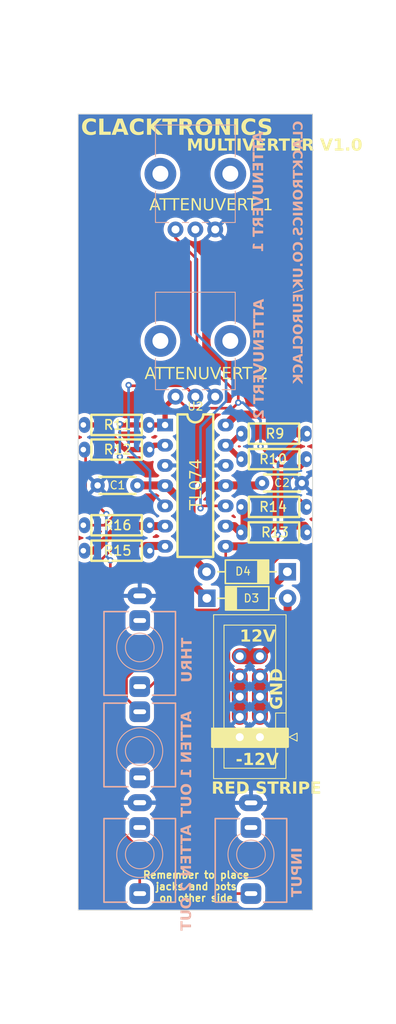
<source format=kicad_pcb>
(kicad_pcb (version 20221018) (generator pcbnew)
  (layers (0 "F.Cu" signal) (31 "B.Cu" signal) (34 "B.Paste" user) (35 "F.Paste" user) (36 "B.SilkS" user "B.Silkscreen") (37 "F.SilkS" user "F.Silkscreen") (38 "B.Mask" user) (39 "F.Mask" user) (44 "Edge.Cuts" user))
  (net 0 "")
  (net 1 "+12V")
  (net 2 "Net-(D3-A)")
  (net 3 "Net-(D4-K)")
  (net 4 "-12V")
  (net 5 "GND")
  (net 6 "Net-(J7-PadT)")
  (net 7 "Net-(J8-PadT)")
  (net 8 "Net-(J9-PadT)")
  (net 9 "Net-(J10-PadT)")
  (net 10 "Net-(U2D--)")
  (net 11 "Net-(R10-Pad1)")
  (net 12 "Net-(U2A--)")
  (net 13 "Net-(U2C--)")
  (net 14 "Net-(U2B--)")
  (net 15 "Net-(U2C-+)")
  (net 16 "Net-(U2B-+)")
  (footprint "Clacktronics:D_TH_DO-41_P10.16mm" (layer "F.Cu") (at 138.145 105.675)
    (fp_text reference "D3" (at 5.61 0) (layer "F.SilkS"))
    (fp_text value "D_Schottky")
    (fp_line (start 1.4 0) (end 2.35 0) (stroke (width 0.2)) (layer "F.SilkS"))
    (fp_line (start 2.36 -1.47) (end 2.36 1.47) (stroke (width 0.2)) (layer "F.SilkS"))
    (fp_line (start 2.36 1.47) (end 7.8 1.47) (stroke (width 0.2)) (layer "F.SilkS"))
    (fp_line (start 7.8 -1.47) (end 2.36 -1.47) (stroke (width 0.2)) (layer "F.SilkS"))
    (fp_line (start 7.8 0) (end 8.75 0) (stroke (width 0.2)) (layer "F.SilkS"))
    (fp_line (start 7.8 1.47) (end 7.8 -1.47) (stroke (width 0.2)) (layer "F.SilkS"))
    (fp_poly (pts (xy 2.36 -1.47) (xy 2.36 1.47) (xy 3.75 1.5) (xy 3.75 -1.5)) (stroke (width 0.1)) (fill solid) (layer "F.SilkS"))
    (pad "1" thru_hole rect (at 0 0) (size 2.2 2.2) (drill 1.1) (layers "*.Cu" "*.Mask") (net 1 "+12V"))
    (pad "2" thru_hole oval (at 10.16 0) (size 2.2 2.2) (drill 1.1) (layers "*.Cu" "*.Mask") (net 2 "Net-(D3-A)"))
  )
  (footprint "Connector_IDC:IDC-Header_2x05_P2.54mm_Vertical" (layer "F.Cu") (at 144.825 123.115 180)
    (fp_text reference "J6" hide)
    (fp_text value "Eurorack socket")
    (fp_line (start -4.68 -0.5) (end -4.68 0.5) (stroke (width 0.12)) (layer "F.SilkS"))
    (fp_line (start -4.68 0.5) (end -3.68 0) (stroke (width 0.12)) (layer "F.SilkS"))
    (fp_line (start -3.68 0) (end -4.68 -0.5) (stroke (width 0.12)) (layer "F.SilkS"))
    (fp_line (start -3.29 -5.21) (end 5.83 -5.21) (stroke (width 0.12)) (layer "F.SilkS"))
    (fp_line (start -3.29 3.03) (end -1.98 3.03) (stroke (width 0.12)) (layer "F.SilkS"))
    (fp_line (start -3.29 15.37) (end -3.29 -5.21) (stroke (width 0.12)) (layer "F.SilkS"))
    (fp_line (start -1.98 -3.91) (end 4.52 -3.91) (stroke (width 0.12)) (layer "F.SilkS"))
    (fp_line (start -1.98 3.03) (end -1.98 -3.91) (stroke (width 0.12)) (layer "F.SilkS"))
    (fp_line (start -1.98 7.13) (end -3.29 7.13) (stroke (width 0.12)) (layer "F.SilkS"))
    (fp_line (start -1.98 7.13) (end -1.98 7.13) (stroke (width 0.12)) (layer "F.SilkS"))
    (fp_line (start -1.98 14.07) (end -1.98 7.13) (stroke (width 0.12)) (layer "F.SilkS"))
    (fp_line (start 4.52 -3.91) (end 4.52 14.07) (stroke (width 0.12)) (layer "F.SilkS"))
    (fp_line (start 4.52 14.07) (end -1.98 14.07) (stroke (width 0.12)) (layer "F.SilkS"))
    (fp_line (start 5.83 -5.21) (end 5.83 15.37) (stroke (width 0.12)) (layer "F.SilkS"))
    (fp_line (start 5.83 15.37) (end -3.29 15.37) (stroke (width 0.12)) (layer "F.SilkS"))
    (pad "1" thru_hole roundrect (at 0 0 180) (size 1.7 1.7) (drill 1) (layers "*.Cu" "*.Mask") (roundrect_rratio 0.147059) (net 3 "Net-(D4-K)"))
    (pad "2" thru_hole circle (at 2.54 0 180) (size 1.7 1.7) (drill 1) (layers "*.Cu" "*.Mask") (net 3 "Net-(D4-K)"))
    (pad "3" thru_hole circle (at 0 2.54 180) (size 1.7 1.7) (drill 1) (layers "*.Cu" "*.Mask") (net 5 "GND"))
    (pad "4" thru_hole circle (at 2.54 2.54 180) (size 1.7 1.7) (drill 1) (layers "*.Cu" "*.Mask") (net 5 "GND"))
    (pad "5" thru_hole circle (at 0 5.08 180) (size 1.7 1.7) (drill 1) (layers "*.Cu" "*.Mask") (net 5 "GND"))
    (pad "6" thru_hole circle (at 2.54 5.08 180) (size 1.7 1.7) (drill 1) (layers "*.Cu" "*.Mask") (net 5 "GND"))
    (pad "7" thru_hole circle (at 0 7.62 180) (size 1.7 1.7) (drill 1) (layers "*.Cu" "*.Mask") (net 5 "GND"))
    (pad "8" thru_hole circle (at 2.54 7.62 180) (size 1.7 1.7) (drill 1) (layers "*.Cu" "*.Mask") (net 5 "GND"))
    (pad "9" thru_hole circle (at 0 10.16 180) (size 1.7 1.7) (drill 1) (layers "*.Cu" "*.Mask") (net 2 "Net-(D3-A)"))
    (pad "10" thru_hole circle (at 2.54 10.16 180) (size 1.7 1.7) (drill 1) (layers "*.Cu" "*.Mask") (net 2 "Net-(D3-A)"))
  )
  (footprint "Clacktronics:R_Axial_DIN0204_L3.6mm_D1.6mm_P7.62mm_Horizontal" (layer "F.Cu") (at 150.8 88.2 180)
    (fp_text reference "R10" (at 4.318 0 180) (layer "F.SilkS") (effects (font (size 1.2 1.2) (thickness 0.2) bold)))
    (fp_text value "100k")
    (fp_line (start 1.016 -1.27) (end 1.016 1.27) (stroke (width 0.3)) (layer "F.SilkS"))
    (fp_line (start 1.016 1.27) (end 7.366 1.27) (stroke (width 0.3)) (layer "F.SilkS"))
    (fp_line (start 7.366 -1.27) (end 1.016 -1.27) (stroke (width 0.3)) (layer "F.SilkS"))
    (fp_line (start 7.366 1.27) (end 7.366 -1.27) (stroke (width 0.3)) (layer "F.SilkS"))
    (pad "1" thru_hole oval (at 0 0 180) (size 1.4 2) (drill 0.7 (offset 0.15 0)) (layers "*.Cu" "*.Mask") (net 11 "Net-(R10-Pad1)"))
    (pad "2" thru_hole oval (at 8.382 0) (size 1.4 2) (drill 0.7 (offset 0.15 0)) (layers "*.Cu" "*.Mask") (net 10 "Net-(U2D--)"))
  )
  (footprint "Clacktronics:R_Axial_DIN0204_L3.6mm_D1.6mm_P7.62mm_Horizontal" (layer "F.Cu") (at 122.6 96.5)
    (fp_text reference "R16" (at 4.318 0) (layer "F.SilkS") (effects (font (size 1.2 1.2) (thickness 0.2) bold)))
    (fp_text value "100k")
    (fp_line (start 1.016 -1.27) (end 1.016 1.27) (stroke (width 0.3)) (layer "F.SilkS"))
    (fp_line (start 1.016 1.27) (end 7.366 1.27) (stroke (width 0.3)) (layer "F.SilkS"))
    (fp_line (start 7.366 -1.27) (end 1.016 -1.27) (stroke (width 0.3)) (layer "F.SilkS"))
    (fp_line (start 7.366 1.27) (end 7.366 -1.27) (stroke (width 0.3)) (layer "F.SilkS"))
    (pad "1" thru_hole oval (at 0 0) (size 1.4 2) (drill 0.7 (offset 0.15 0)) (layers "*.Cu" "*.Mask") (net 11 "Net-(R10-Pad1)"))
    (pad "2" thru_hole oval (at 8.382 0 180) (size 1.4 2) (drill 0.7 (offset 0.15 0)) (layers "*.Cu" "*.Mask") (net 14 "Net-(U2B--)"))
  )
  (footprint "Clacktronics:R_Axial_DIN0204_L3.6mm_D1.6mm_P7.62mm_Horizontal" (layer "F.Cu") (at 122.6 87)
    (fp_text reference "R12" (at 4.318 0) (layer "F.SilkS") (effects (font (size 1.2 1.2) (thickness 0.2) bold)))
    (fp_text value "100k")
    (fp_line (start 1.016 -1.27) (end 1.016 1.27) (stroke (width 0.3)) (layer "F.SilkS"))
    (fp_line (start 1.016 1.27) (end 7.366 1.27) (stroke (width 0.3)) (layer "F.SilkS"))
    (fp_line (start 7.366 -1.27) (end 1.016 -1.27) (stroke (width 0.3)) (layer "F.SilkS"))
    (fp_line (start 7.366 1.27) (end 7.366 -1.27) (stroke (width 0.3)) (layer "F.SilkS"))
    (pad "1" thru_hole oval (at 0 0) (size 1.4 2) (drill 0.7 (offset 0.15 0)) (layers "*.Cu" "*.Mask") (net 7 "Net-(J8-PadT)"))
    (pad "2" thru_hole oval (at 8.382 0 180) (size 1.4 2) (drill 0.7 (offset 0.15 0)) (layers "*.Cu" "*.Mask") (net 12 "Net-(U2A--)"))
  )
  (footprint "Clacktronics:R_Axial_DIN0204_L3.6mm_D1.6mm_P7.62mm_Horizontal" (layer "F.Cu") (at 142.4 97.4)
    (fp_text reference "R13" (at 4.318 0) (layer "F.SilkS") (effects (font (size 1.2 1.2) (thickness 0.2) bold)))
    (fp_text value "100k")
    (fp_line (start 1.016 -1.27) (end 1.016 1.27) (stroke (width 0.3)) (layer "F.SilkS"))
    (fp_line (start 1.016 1.27) (end 7.366 1.27) (stroke (width 0.3)) (layer "F.SilkS"))
    (fp_line (start 7.366 -1.27) (end 1.016 -1.27) (stroke (width 0.3)) (layer "F.SilkS"))
    (fp_line (start 7.366 1.27) (end 7.366 -1.27) (stroke (width 0.3)) (layer "F.SilkS"))
    (pad "1" thru_hole oval (at 0 0) (size 1.4 2) (drill 0.7 (offset 0.15 0)) (layers "*.Cu" "*.Mask") (net 13 "Net-(U2C--)"))
    (pad "2" thru_hole oval (at 8.382 0 180) (size 1.4 2) (drill 0.7 (offset 0.15 0)) (layers "*.Cu" "*.Mask") (net 8 "Net-(J9-PadT)"))
  )
  (footprint "Clacktronics:DIP-14_W7.62mm_LongPads" (layer "F.Cu") (at 132.89 83.91)
    (fp_text reference "U2" (at 3.81 -2.33) (layer "F.SilkS"))
    (fp_text value "TL074")
    (fp_line (start 1.56 -1.33) (end 1.56 16.57) (stroke (width 0.3)) (layer "F.SilkS"))
    (fp_line (start 1.56 16.57) (end 6.06 16.57) (stroke (width 0.3)) (layer "F.SilkS"))
    (fp_line (start 2.81 -1.33) (end 1.56 -1.33) (stroke (width 0.3)) (layer "F.SilkS"))
    (fp_line (start 6.06 -1.33) (end 4.81 -1.33) (stroke (width 0.3)) (layer "F.SilkS"))
    (fp_line (start 6.06 16.57) (end 6.06 -1.33) (stroke (width 0.3)) (layer "F.SilkS"))
    (fp_arc (start 4.81 -1.33) (mid 3.81 -0.33) (end 2.81 -1.33) (stroke (width 0.3)) (layer "F.SilkS"))
    (pad "1" thru_hole rect (at 0 0) (size 2 1.6) (drill 0.8) (layers "*.Cu" "*.Mask") (net 11 "Net-(R10-Pad1)"))
    (pad "2" thru_hole oval (at 0 2.54) (size 2 1.6) (drill 0.8) (layers "*.Cu" "*.Mask") (net 12 "Net-(U2A--)"))
    (pad "3" thru_hole oval (at 0 5.08) (size 2 1.6) (drill 0.8) (layers "*.Cu" "*.Mask") (net 5 "GND"))
    (pad "4" thru_hole oval (at 0 7.62) (size 2 1.6) (drill 0.8) (layers "*.Cu" "*.Mask") (net 1 "+12V"))
    (pad "5" thru_hole oval (at 0 10.16) (size 2 1.6) (drill 0.8) (layers "*.Cu" "*.Mask") (net 16 "Net-(U2B-+)"))
    (pad "6" thru_hole oval (at 0 12.7) (size 2 1.6) (drill 0.8) (layers "*.Cu" "*.Mask") (net 14 "Net-(U2B--)"))
    (pad "7" thru_hole oval (at 0 15.24) (size 2 1.6) (drill 0.8) (layers "*.Cu" "*.Mask") (net 9 "Net-(J10-PadT)"))
    (pad "8" thru_hole oval (at 7.62 15.24) (size 2 1.6) (drill 0.8) (layers "*.Cu" "*.Mask") (net 8 "Net-(J9-PadT)"))
    (pad "9" thru_hole oval (at 7.62 12.7) (size 2 1.6) (drill 0.8) (layers "*.Cu" "*.Mask") (net 13 "Net-(U2C--)"))
    (pad "10" thru_hole oval (at 7.62 10.16) (size 2 1.6) (drill 0.8) (layers "*.Cu" "*.Mask") (net 15 "Net-(U2C-+)"))
    (pad "11" thru_hole oval (at 7.62 7.62) (size 2 1.6) (drill 0.8) (layers "*.Cu" "*.Mask") (net 4 "-12V"))
    (pad "12" thru_hole oval (at 7.62 5.08) (size 2 1.6) (drill 0.8) (layers "*.Cu" "*.Mask") (net 5 "GND"))
    (pad "13" thru_hole oval (at 7.62 2.54) (size 2 1.6) (drill 0.8) (layers "*.Cu" "*.Mask") (net 10 "Net-(U2D--)"))
    (pad "14" thru_hole oval (at 7.62 0) (size 2 1.6) (drill 0.8) (layers "*.Cu" "*.Mask") (net 6 "Net-(J7-PadT)"))
  )
  (footprint "Clacktronics:R_Axial_DIN0204_L3.6mm_D1.6mm_P7.62mm_Horizontal" (layer "F.Cu") (at 150.8 94.2 180)
    (fp_text reference "R14" (at 4.318 0 180) (layer "F.SilkS") (effects (font (size 1.2 1.2) (thickness 0.2) bold)))
    (fp_text value "100k")
    (fp_line (start 1.016 -1.27) (end 1.016 1.27) (stroke (width 0.3)) (layer "F.SilkS"))
    (fp_line (start 1.016 1.27) (end 7.366 1.27) (stroke (width 0.3)) (layer "F.SilkS"))
    (fp_line (start 7.366 -1.27) (end 1.016 -1.27) (stroke (width 0.3)) (layer "F.SilkS"))
    (fp_line (start 7.366 1.27) (end 7.366 -1.27) (stroke (width 0.3)) (layer "F.SilkS"))
    (pad "1" thru_hole oval (at 0 0 180) (size 1.4 2) (drill 0.7 (offset 0.15 0)) (layers "*.Cu" "*.Mask") (net 11 "Net-(R10-Pad1)"))
    (pad "2" thru_hole oval (at 8.382 0) (size 1.4 2) (drill 0.7 (offset 0.15 0)) (layers "*.Cu" "*.Mask") (net 13 "Net-(U2C--)"))
  )
  (footprint "Clacktronics:R_Axial_DIN0204_L3.6mm_D1.6mm_P7.62mm_Horizontal" (layer "F.Cu") (at 122.6 83.9)
    (fp_text reference "R11" (at 4.318 0) (layer "F.SilkS") (effects (font (size 1.2 1.2) (thickness 0.2) bold)))
    (fp_text value "100k")
    (fp_line (start 1.016 -1.27) (end 1.016 1.27) (stroke (width 0.3)) (layer "F.SilkS"))
    (fp_line (start 1.016 1.27) (end 7.366 1.27) (stroke (width 0.3)) (layer "F.SilkS"))
    (fp_line (start 7.366 -1.27) (end 1.016 -1.27) (stroke (width 0.3)) (layer "F.SilkS"))
    (fp_line (start 7.366 1.27) (end 7.366 -1.27) (stroke (width 0.3)) (layer "F.SilkS"))
    (pad "1" thru_hole oval (at 0 0) (size 1.4 2) (drill 0.7 (offset 0.15 0)) (layers "*.Cu" "*.Mask") (net 12 "Net-(U2A--)"))
    (pad "2" thru_hole oval (at 8.382 0 180) (size 1.4 2) (drill 0.7 (offset 0.15 0)) (layers "*.Cu" "*.Mask") (net 11 "Net-(R10-Pad1)"))
  )
  (footprint "Clacktronics:C_TH_Disc_P5.00mm" (layer "F.Cu") (at 129.4 91.5 180)
    (fp_text reference "C1" (at 2.5 0.0254 180) (layer "F.SilkS"))
    (fp_text value "100n")
    (fp_line (start 0.23 -1.07) (end 0.23 -1.055) (stroke (width 0.12)) (layer "F.SilkS"))
    (fp_line (start 0.23 -1.07) (end 4.77 -1.07) (stroke (width 0.3)) (layer "F.SilkS"))
    (fp_line (start 0.23 1.055) (end 0.23 1.07) (stroke (width 0.12)) (layer "F.SilkS"))
    (fp_line (start 0.23 1.07) (end 4.77 1.07) (stroke (width 0.3)) (layer "F.SilkS"))
    (fp_line (start 4.77 -1.07) (end 4.77 -1.055) (stroke (width 0.12)) (layer "F.SilkS"))
    (fp_line (start 4.77 1.055) (end 4.77 1.07) (stroke (width 0.12)) (layer "F.SilkS"))
    (pad "1" thru_hole circle (at 0 0 180) (size 1.8 1.8) (drill 0.8) (layers "*.Cu" "*.Mask") (net 1 "+12V"))
    (pad "2" thru_hole circle (at 5 0 180) (size 1.8 1.8) (drill 0.8) (layers "*.Cu" "*.Mask") (net 5 "GND"))
  )
  (footprint "Clacktronics:R_Axial_DIN0204_L3.6mm_D1.6mm_P7.62mm_Horizontal" (layer "F.Cu") (at 122.6 99.7)
    (fp_text reference "R15" (at 4.318 0) (layer "F.SilkS") (effects (font (size 1.2 1.2) (thickness 0.2) bold)))
    (fp_text value "100k")
    (fp_line (start 1.016 -1.27) (end 1.016 1.27) (stroke (width 0.3)) (layer "F.SilkS"))
    (fp_line (start 1.016 1.27) (end 7.366 1.27) (stroke (width 0.3)) (layer "F.SilkS"))
    (fp_line (start 7.366 -1.27) (end 1.016 -1.27) (stroke (width 0.3)) (layer "F.SilkS"))
    (fp_line (start 7.366 1.27) (end 7.366 -1.27) (stroke (width 0.3)) (layer "F.SilkS"))
    (pad "1" thru_hole oval (at 0 0) (size 1.4 2) (drill 0.7 (offset 0.15 0)) (layers "*.Cu" "*.Mask") (net 14 "Net-(U2B--)"))
    (pad "2" thru_hole oval (at 8.382 0 180) (size 1.4 2) (drill 0.7 (offset 0.15 0)) (layers "*.Cu" "*.Mask") (net 9 "Net-(J10-PadT)"))
  )
  (footprint "Clacktronics:R_Axial_DIN0204_L3.6mm_D1.6mm_P7.62mm_Horizontal" (layer "F.Cu") (at 142.4 85)
    (fp_text reference "R9" (at 4.318 0) (layer "F.SilkS") (effects (font (size 1.2 1.2) (thickness 0.2) bold)))
    (fp_text value "100k")
    (fp_line (start 1.016 -1.27) (end 1.016 1.27) (stroke (width 0.3)) (layer "F.SilkS"))
    (fp_line (start 1.016 1.27) (end 7.366 1.27) (stroke (width 0.3)) (layer "F.SilkS"))
    (fp_line (start 7.366 -1.27) (end 1.016 -1.27) (stroke (width 0.3)) (layer "F.SilkS"))
    (fp_line (start 7.366 1.27) (end 7.366 -1.27) (stroke (width 0.3)) (layer "F.SilkS"))
    (pad "1" thru_hole oval (at 0 0) (size 1.4 2) (drill 0.7 (offset 0.15 0)) (layers "*.Cu" "*.Mask") (net 10 "Net-(U2D--)"))
    (pad "2" thru_hole oval (at 8.382 0 180) (size 1.4 2) (drill 0.7 (offset 0.15 0)) (layers "*.Cu" "*.Mask") (net 6 "Net-(J7-PadT)"))
  )
  (footprint "Clacktronics:D_TH_DO-41_P10.16mm" (layer "F.Cu") (at 148.275 102.35 180)
    (fp_text reference "D4" (at 5.58 0.05) (layer "F.SilkS"))
    (fp_text value "D_Schottky")
    (fp_line (start 1.4 0) (end 2.35 0) (stroke (width 0.2)) (layer "F.SilkS"))
    (fp_line (start 2.36 -1.47) (end 2.36 1.47) (stroke (width 0.2)) (layer "F.SilkS"))
    (fp_line (start 2.36 1.47) (end 7.8 1.47) (stroke (width 0.2)) (layer "F.SilkS"))
    (fp_line (start 7.8 -1.47) (end 2.36 -1.47) (stroke (width 0.2)) (layer "F.SilkS"))
    (fp_line (start 7.8 0) (end 8.75 0) (stroke (width 0.2)) (layer "F.SilkS"))
    (fp_line (start 7.8 1.47) (end 7.8 -1.47) (stroke (width 0.2)) (layer "F.SilkS"))
    (fp_poly (pts (xy 2.36 -1.47) (xy 2.36 1.47) (xy 3.75 1.5) (xy 3.75 -1.5)) (stroke (width 0.1)) (fill solid) (layer "F.SilkS"))
    (pad "1" thru_hole rect (at 0 0 180) (size 2.2 2.2) (drill 1.1) (layers "*.Cu" "*.Mask") (net 3 "Net-(D4-K)"))
    (pad "2" thru_hole oval (at 10.16 0 180) (size 2.2 2.2) (drill 1.1) (layers "*.Cu" "*.Mask") (net 4 "-12V"))
  )
  (footprint "Clacktronics:C_TH_Disc_P5.00mm" (layer "F.Cu") (at 150.1 91.2 180)
    (fp_text reference "C2" (at 2.5 0.0254 180) (layer "F.SilkS"))
    (fp_text value "100n")
    (fp_line (start 0.23 -1.07) (end 0.23 -1.055) (stroke (width 0.12)) (layer "F.SilkS"))
    (fp_line (start 0.23 -1.07) (end 4.77 -1.07) (stroke (width 0.3)) (layer "F.SilkS"))
    (fp_line (start 0.23 1.055) (end 0.23 1.07) (stroke (width 0.12)) (layer "F.SilkS"))
    (fp_line (start 0.23 1.07) (end 4.77 1.07) (stroke (width 0.3)) (layer "F.SilkS"))
    (fp_line (start 4.77 -1.07) (end 4.77 -1.055) (stroke (width 0.12)) (layer "F.SilkS"))
    (fp_line (start 4.77 1.055) (end 4.77 1.07) (stroke (width 0.12)) (layer "F.SilkS"))
    (pad "1" thru_hole circle (at 0 0 180) (size 1.8 1.8) (drill 0.8) (layers "*.Cu" "*.Mask") (net 5 "GND"))
    (pad "2" thru_hole circle (at 5 0 180) (size 1.8 1.8) (drill 0.8) (layers "*.Cu" "*.Mask") (net 4 "-12V"))
  )
  (footprint "AudioJacks:Jack_3.5mm_QingPu_WQP-PJ366ST_Vertical" (layer "B.Cu") (at 143.7 137.85)
    (fp_text reference "J8" hide)
    (fp_text value "input")
    (fp_line (start -4.5 -4.5) (end -4.5 6) (stroke (width 0.2)) (layer "B.SilkS"))
    (fp_line (start -4.5 -4.5) (end -1.5 -4.5) (stroke (width 0.2)) (layer "B.SilkS"))
    (fp_line (start -4.5 6) (end -1.6 6) (stroke (width 0.2)) (layer "B.SilkS"))
    (fp_line (start 1.5 -4.5) (end 4.5 -4.5) (stroke (width 0.2)) (layer "B.SilkS"))
    (fp_line (start 1.6 6) (end 4.5 6) (stroke (width 0.2)) (layer "B.SilkS"))
    (fp_line (start 4.5 -4.5) (end 4.5 6) (stroke (width 0.2)) (layer "B.SilkS"))
    (fp_arc (start 0 2.895) (mid -2.817353 0.665994) (end -1.296263 -2.588577) (stroke (width 0.12)) (layer "B.SilkS"))
    (fp_arc (start 1.296263 -2.588577) (mid 2.817353 0.665994) (end 0 2.895) (stroke (width 0.12)) (layer "B.SilkS"))
    (fp_circle (center 0 0) (end -1.8 0) (stroke (width 0.12)) (fill none) (layer "B.SilkS"))
    (pad "R" thru_hole roundrect (at 0 -3.38) (size 2.6 2.6) (drill oval 1.6 0.6) (layers "*.Cu" "*.Mask"))
    (pad "S" thru_hole oval (at 0 -6.48) (size 3.1 2.1) (drill oval 1.6 0.6) (layers "*.Cu" "*.Mask") (net 5 "GND"))
    (pad "T" thru_hole roundrect (at 0 4.92) (size 2.6 2.6) (drill oval 1.6 0.6) (layers "*.Cu" "*.Mask") (net 7 "Net-(J8-PadT)"))
  )
  (footprint "AudioJacks:Jack_3.5mm_QingPu_WQP-PJ366ST_Vertical" (layer "B.Cu") (at 129.7 137.85)
    (fp_text reference "J10" hide)
    (fp_text value "Attenuvert 2")
    (fp_line (start -4.5 -4.5) (end -4.5 6) (stroke (width 0.2)) (layer "B.SilkS"))
    (fp_line (start -4.5 -4.5) (end -1.5 -4.5) (stroke (width 0.2)) (layer "B.SilkS"))
    (fp_line (start -4.5 6) (end -1.6 6) (stroke (width 0.2)) (layer "B.SilkS"))
    (fp_line (start 1.5 -4.5) (end 4.5 -4.5) (stroke (width 0.2)) (layer "B.SilkS"))
    (fp_line (start 1.6 6) (end 4.5 6) (stroke (width 0.2)) (layer "B.SilkS"))
    (fp_line (start 4.5 -4.5) (end 4.5 6) (stroke (width 0.2)) (layer "B.SilkS"))
    (fp_arc (start 0 2.895) (mid -2.817353 0.665994) (end -1.296263 -2.588577) (stroke (width 0.12)) (layer "B.SilkS"))
    (fp_arc (start 1.296263 -2.588577) (mid 2.817353 0.665994) (end 0 2.895) (stroke (width 0.12)) (layer "B.SilkS"))
    (fp_circle (center 0 0) (end -1.8 0) (stroke (width 0.12)) (fill none) (layer "B.SilkS"))
    (pad "R" thru_hole roundrect (at 0 -3.38) (size 2.6 2.6) (drill oval 1.6 0.6) (layers "*.Cu" "*.Mask"))
    (pad "S" thru_hole oval (at 0 -6.48) (size 3.1 2.1) (drill oval 1.6 0.6) (layers "*.Cu" "*.Mask") (net 5 "GND"))
    (pad "T" thru_hole roundrect (at 0 4.92) (size 2.6 2.6) (drill oval 1.6 0.6) (layers "*.Cu" "*.Mask") (net 9 "Net-(J10-PadT)"))
  )
  (footprint "AudioJacks:Jack_3.5mm_QingPu_WQP-PJ366ST_Vertical" (layer "B.Cu") (at 129.7 124.85 180)
    (fp_text reference "J9" hide)
    (fp_text value "Attenuvert 1")
    (fp_line (start -4.5 -4.5) (end -4.5 6) (stroke (width 0.2)) (layer "B.SilkS"))
    (fp_line (start -4.5 -4.5) (end -1.5 -4.5) (stroke (width 0.2)) (layer "B.SilkS"))
    (fp_line (start -4.5 6) (end -1.6 6) (stroke (width 0.2)) (layer "B.SilkS"))
    (fp_line (start 1.5 -4.5) (end 4.5 -4.5) (stroke (width 0.2)) (layer "B.SilkS"))
    (fp_line (start 1.6 6) (end 4.5 6) (stroke (width 0.2)) (layer "B.SilkS"))
    (fp_line (start 4.5 -4.5) (end 4.5 6) (stroke (width 0.2)) (layer "B.SilkS"))
    (fp_arc (start 0 2.895) (mid -2.817353 0.665994) (end -1.296263 -2.588577) (stroke (width 0.12)) (layer "B.SilkS"))
    (fp_arc (start 1.296263 -2.588577) (mid 2.817353 0.665994) (end 0 2.895) (stroke (width 0.12)) (layer "B.SilkS"))
    (fp_circle (center 0 0) (end -1.8 0) (stroke (width 0.12)) (fill none) (layer "B.SilkS"))
    (pad "R" thru_hole roundrect (at 0 -3.38 180) (size 2.6 2.6) (drill oval 1.6 0.6) (layers "*.Cu" "*.Mask"))
    (pad "S" thru_hole oval (at 0 -6.48 180) (size 3.1 2.1) (drill oval 1.6 0.6) (layers "*.Cu" "*.Mask") (net 5 "GND"))
    (pad "T" thru_hole roundrect (at 0 4.92 180) (size 2.6 2.6) (drill oval 1.6 0.6) (layers "*.Cu" "*.Mask") (net 8 "Net-(J9-PadT)"))
  )
  (footprint "Clacktronics:POT_TH_Alps_RK09K_Single_Vertical" (layer "B.Cu") (at 136.7 51.85 180)
    (fp_text reference "RV5" hide)
    (fp_text value "10k")
    (fp_line (start -5.021 -6.62) (end -5.021 -2.683) (stroke (width 0.12)) (layer "B.SilkS"))
    (fp_line (start -5.021 -6.62) (end -3.371 -6.62) (stroke (width 0.12)) (layer "B.SilkS"))
    (fp_line (start -5.021 1.684) (end -5.021 5.62) (stroke (width 0.12)) (layer "B.SilkS"))
    (fp_line (start -5.021 5.62) (end 5.02 5.62) (stroke (width 0.12)) (layer "B.SilkS"))
    (fp_line (start -1.629 -6.62) (end -0.87 -6.62) (stroke (width 0.12)) (layer "B.SilkS"))
    (fp_line (start 0.871 -6.62) (end 1.63 -6.62) (stroke (width 0.12)) (layer "B.SilkS"))
    (fp_line (start 3.37 -6.62) (end 5.02 -6.62) (stroke (width 0.12)) (layer "B.SilkS"))
    (fp_line (start 5.02 -6.62) (end 5.02 -2.683) (stroke (width 0.12)) (layer "B.SilkS"))
    (fp_line (start 5.02 1.684) (end 5.02 5.62) (stroke (width 0.12)) (layer "B.SilkS"))
    (pad "" thru_hole circle (at -4.4 -0.5 90) (size 4 4) (drill 2) (layers "*.Cu" "*.Mask"))
    (pad "" thru_hole circle (at 4.4 -0.5 90) (size 4 4) (drill 2) (layers "*.Cu" "*.Mask"))
    (pad "1" thru_hole circle (at 2.5 -7.5 90) (size 2 2) (drill 1) (layers "*.Cu" "*.Mask") (net 11 "Net-(R10-Pad1)"))
    (pad "2" thru_hole circle (at 0 -7.5 180) (size 2 2) (drill 1) (layers "*.Cu" "*.Mask") (net 15 "Net-(U2C-+)"))
    (pad "3" thru_hole circle (at -2.5 -7.5 90) (size 2 2) (drill 1) (layers "*.Cu" "*.Mask") (net 5 "GND"))
  )
  (footprint "Clacktronics:POT_TH_Alps_RK09K_Single_Vertical" (layer "B.Cu") (at 136.7 72.85 180)
    (fp_text reference "RV6" hide)
    (fp_text value "10k")
    (fp_line (start -5.021 -6.62) (end -5.021 -2.683) (stroke (width 0.12)) (layer "B.SilkS"))
    (fp_line (start -5.021 -6.62) (end -3.371 -6.62) (stroke (width 0.12)) (layer "B.SilkS"))
    (fp_line (start -5.021 1.684) (end -5.021 5.62) (stroke (width 0.12)) (layer "B.SilkS"))
    (fp_line (start -5.021 5.62) (end 5.02 5.62) (stroke (width 0.12)) (layer "B.SilkS"))
    (fp_line (start -1.629 -6.62) (end -0.87 -6.62) (stroke (width 0.12)) (layer "B.SilkS"))
    (fp_line (start 0.871 -6.62) (end 1.63 -6.62) (stroke (width 0.12)) (layer "B.SilkS"))
    (fp_line (start 3.37 -6.62) (end 5.02 -6.62) (stroke (width 0.12)) (layer "B.SilkS"))
    (fp_line (start 5.02 -6.62) (end 5.02 -2.683) (stroke (width 0.12)) (layer "B.SilkS"))
    (fp_line (start 5.02 1.684) (end 5.02 5.62) (stroke (width 0.12)) (layer "B.SilkS"))
    (pad "" thru_hole circle (at -4.4 -0.5 90) (size 4 4) (drill 2) (layers "*.Cu" "*.Mask"))
    (pad "" thru_hole circle (at 4.4 -0.5 90) (size 4 4) (drill 2) (layers "*.Cu" "*.Mask"))
    (pad "1" thru_hole circle (at 2.5 -7.5 90) (size 2 2) (drill 1) (layers "*.Cu" "*.Mask") (net 11 "Net-(R10-Pad1)"))
    (pad "2" thru_hole circle (at 0 -7.5 180) (size 2 2) (drill 1) (layers "*.Cu" "*.Mask") (net 16 "Net-(U2B-+)"))
    (pad "3" thru_hole circle (at -2.5 -7.5 90) (size 2 2) (drill 1) (layers "*.Cu" "*.Mask") (net 5 "GND"))
  )
  (footprint "AudioJacks:Jack_3.5mm_QingPu_WQP-PJ366ST_Vertical" (layer "B.Cu") (at 129.7 111.85)
    (fp_text reference "J7" hide)
    (fp_text value "Thru")
    (fp_line (start -4.5 -4.5) (end -4.5 6) (stroke (width 0.2)) (layer "B.SilkS"))
    (fp_line (start -4.5 -4.5) (end -1.5 -4.5) (stroke (width 0.2)) (layer "B.SilkS"))
    (fp_line (start -4.5 6) (end -1.6 6) (stroke (width 0.2)) (layer "B.SilkS"))
    (fp_line (start 1.5 -4.5) (end 4.5 -4.5) (stroke (width 0.2)) (layer "B.SilkS"))
    (fp_line (start 1.6 6) (end 4.5 6) (stroke (width 0.2)) (layer "B.SilkS"))
    (fp_line (start 4.5 -4.5) (end 4.5 6) (stroke (width 0.2)) (layer "B.SilkS"))
    (fp_arc (start 0 2.895) (mid -2.817353 0.665994) (end -1.296263 -2.588577) (stroke (width 0.12)) (layer "B.SilkS"))
    (fp_arc (start 1.296263 -2.588577) (mid 2.817353 0.665994) (end 0 2.895) (stroke (width 0.12)) (layer "B.SilkS"))
    (fp_circle (center 0 0) (end -1.8 0) (stroke (width 0.12)) (fill none) (layer "B.SilkS"))
    (pad "R" thru_hole roundrect (at 0 -3.38) (size 2.6 2.6) (drill oval 1.6 0.6) (layers "*.Cu" "*.Mask"))
    (pad "S" thru_hole oval (at 0 -6.48) (size 3.1 2.1) (drill oval 1.6 0.6) (layers "*.Cu" "*.Mask") (net 5 "GND"))
    (pad "T" thru_hole roundrect (at 0 4.92) (size 2.6 2.6) (drill oval 1.6 0.6) (layers "*.Cu" "*.Mask") (net 6 "Net-(J7-PadT)"))
  )
  (gr_rect (start 138.825 122.075) (end 148.325 124.325) (stroke (width 0.3)) (fill solid) (layer "F.SilkS"))
  (gr_line (start 151.45 44.85) (end 121.95 44.85) (stroke (width 0.1)) (layer "Edge.Cuts"))
  (gr_line (start 121.95 144.85) (end 151.45 144.85) (stroke (width 0.1)) (layer "Edge.Cuts"))
  (gr_line (start 121.95 44.85) (end 121.95 144.85) (stroke (width 0.1)) (layer "Edge.Cuts"))
  (gr_line (start 151.45 144.85) (end 151.45 44.85) (stroke (width 0.1)) (layer "Edge.Cuts"))
  (gr_text "ATTENUVERT 2" (at 145.525 68.05 90) (layer "B.SilkS") (effects (font (size 1.3 1.3)) (justify left bottom mirror)))
  (gr_text "CLACKTRONICS.CO.UK/EUROCLACK" (at 150.4 45.7 90) (layer "B.SilkS") (effects (font (size 1.2 1.2)) (justify left bottom mirror)))
  (gr_text "ATTEN 2 OUT" (at 136.375 134.1 90) (layer "B.SilkS") (effects (font (size 1.3 1.3)) (justify left bottom mirror)))
  (gr_text "ATTENUVERT 1" (at 145.45 47.05 90) (layer "B.SilkS") (effects (font (size 1.3 1.3)) (justify left bottom mirror)))
  (gr_text "ATTEN 1 OUT" (at 136.4 119.825 90) (layer "B.SilkS") (effects (font (size 1.3 1.3)) (justify left bottom mirror)))
  (gr_text "THRU" (at 136.45 110.625 90) (layer "B.SilkS") (effects (font (size 1.3 1.3)) (justify left bottom mirror)))
  (gr_text "INPUT" (at 150.3 136.975 90) (layer "B.SilkS") (effects (font (size 1.3 1.3)) (justify left bottom mirror)))
  (gr_text "MULTIVERTER V1.0" (at 135.6 49.7) (layer "F.SilkS") (effects (font (size 1.5 1.5)) (justify left bottom)))
  (gr_text "TL074" (at 137.7 94.6 90) (layer "F.SilkS") (effects (font (size 1.5 1.5)) (justify left bottom)))
  (gr_text "ATTENUVERT 1" (at 130.9 57.2) (layer "F.SilkS") (effects (font (size 1.5 1.5)) (justify left bottom)))
  (gr_text "GND" (at 147.875 119.675 90) (layer "F.SilkS") (effects (font (size 1.5 1.5)) (justify left bottom)))
  (gr_text "Remember to place\njacks and pots\non other side" (at 136.8 143.85) (layer "F.SilkS") (effects (font (size 0.9 0.9) (thickness 0.2) bold) (justify bottom)))
  (gr_text "ATTENUVERT 2" (at 130.3 78.4) (layer "F.SilkS") (effects (font (size 1.5 1.5)) (justify left bottom)))
  (gr_text "CLACKTRONICS" (at 122.3 47.8) (layer "F.SilkS") (effects (font (size 2 2)) (justify left bottom)))
  (gr_text "RED STRIPE" (at 138.725 130.475) (layer "F.SilkS") (effects (font (size 1.5 1.5)) (justify left bottom)))
  (gr_text "12V" (at 142.275 111.375) (layer "F.SilkS") (effects (font (size 1.5 1.5)) (justify left bottom)))
  (gr_text "-12V\n" (at 141.775 126.875) (layer "F.SilkS") (effects (font (size 1.5 1.5)) (justify left bottom)))
  (segment (start 135.025 102.555) (end 138.145 105.675) (width 1) (layer "F.Cu") (net 1))
  (segment (start 129.4 91.5) (end 132.87 91.5) (width 1) (layer "F.Cu") (net 1))
  (segment (start 135.025 93.535) (end 135.025 102.555) (width 1) (layer "F.Cu") (net 1))
  (segment (start 132.87 91.5) (end 132.9 91.53) (width 1) (layer "F.Cu") (net 1))
  (segment (start 132.99 91.5) (end 135.025 93.535) (width 1) (layer "F.Cu") (net 1))
  (segment (start 148.305 105.675) (end 148.305 109.475) (width 1) (layer "F.Cu") (net 2))
  (segment (start 148.305 109.475) (end 144.825 112.955) (width 1) (layer "F.Cu") (net 2))
  (segment (start 142.285 112.955) (end 144.825 112.955) (width 2) (layer "F.Cu") (net 2))
  (segment (start 142.285 123.115) (end 144.825 123.115) (width 2) (layer "F.Cu") (net 3))
  (segment (start 140.585 110.04) (end 140.585 121.415) (width 1) (layer "F.Cu") (net 3))
  (segment (start 148.275 102.35) (end 140.585 110.04) (width 1) (layer "F.Cu") (net 3))
  (segment (start 140.585 121.415) (end 142.285 123.115) (width 1) (layer "F.Cu") (net 3))
  (segment (start 145.1 91.2) (end 144.8 91.5) (width 1) (layer "F.Cu") (net 4))
  (segment (start 144.8 91.5) (end 140.55 91.5) (width 1) (layer "F.Cu") (net 4))
  (segment (start 140.55 91.5) (end 140.52 91.53) (width 1) (layer "F.Cu") (net 4))
  (segment (start 136.225 93.275) (end 137.97 91.53) (width 1) (layer "F.Cu") (net 4))
  (segment (start 144.67 91.53) (end 145 91.2) (width 1) (layer "F.Cu") (net 4))
  (segment (start 136.225 100.46) (end 136.225 93.275) (width 1) (layer "F.Cu") (net 4))
  (segment (start 145 91.2) (end 145.1 91.2) (width 1) (layer "F.Cu") (net 4))
  (segment (start 137.97 91.53) (end 140.64 91.53) (width 1) (layer "F.Cu") (net 4))
  (segment (start 138.115 102.35) (end 136.225 100.46) (width 1) (layer "F.Cu") (net 4))
  (segment (start 142.285 115.495) (end 142.285 120.575) (width 2) (layer "F.Cu") (net 5))
  (segment (start 144.825 115.495) (end 144.825 120.575) (width 2) (layer "F.Cu") (net 5))
  (segment (start 129.7 116.77) (end 131 116.77) (width 0.33) (layer "F.Cu") (net 6))
  (segment (start 141.83 82.6) (end 140.52 83.91) (width 1) (layer "F.Cu") (net 6))
  (segment (start 131 116.77) (end 147.1 100.67) (width 0.33) (layer "F.Cu") (net 6))
  (segment (start 150.782 85) (end 149.7 85) (width 1) (layer "F.Cu") (net 6))
  (segment (start 147.1 100.67) (end 147.1 97.7) (width 0.33) (layer "F.Cu") (net 6))
  (segment (start 147.3 82.6) (end 141.83 82.6) (width 1) (layer "F.Cu") (net 6))
  (segment (start 149.7 85) (end 147.3 82.6) (width 1) (layer "F.Cu") (net 6))
  (via (at 147.1 97.7) (size 0.8) (drill 0.4) (layers "F.Cu" "B.Cu") (net 6))
  (segment (start 150.782 85) (end 147.1 88.682) (width 0.33) (layer "B.Cu") (net 6))
  (segment (start 147.1 88.682) (end 147.1 97.7) (width 0.33) (layer "B.Cu") (net 6))
  (segment (start 135.264572 142.77) (end 143.7 142.77) (width 0.33) (layer "F.Cu") (net 7))
  (segment (start 122.89 87.29) (end 122.89 92.49) (width 0.33) (layer "F.Cu") (net 7))
  (segment (start 126 100.9) (end 126 133.505428) (width 0.33) (layer "F.Cu") (net 7))
  (segment (start 126 133.505428) (end 135.264572 142.77) (width 0.33) (layer "F.Cu") (net 7))
  (segment (start 122.6 87) (end 122.89 87.29) (width 0.33) (layer "F.Cu") (net 7))
  (segment (start 122.89 92.49) (end 125.5 95.1) (width 0.33) (layer "F.Cu") (net 7))
  (via (at 126 100.9) (size 0.8) (drill 0.4) (layers "F.Cu" "B.Cu") (net 7))
  (via (at 125.5 95.1) (size 0.8) (drill 0.4) (layers "F.Cu" "B.Cu") (net 7))
  (segment (start 125.5 95.1) (end 125.5 100.4) (width 0.33) (layer "B.Cu") (net 7))
  (segment (start 125.5 100.4) (end 126 100.9) (width 0.33) (layer "B.Cu") (net 7))
  (segment (start 146.623654 96.55) (end 144.023654 99.15) (width 1) (layer "F.Cu") (net 8))
  (segment (start 140.52 106.23) (end 140.52 99.15) (width 0.33) (layer "F.Cu") (net 8))
  (segment (start 128.035 115.665) (end 136.56 107.14) (width 0.33) (layer "F.Cu") (net 8))
  (segment (start 139.61 107.14) (end 140.52 106.23) (width 0.33) (layer "F.Cu") (net 8))
  (segment (start 129.7 119.93) (end 128.035 118.265) (width 0.33) (layer "F.Cu") (net 8))
  (segment (start 136.56 107.14) (end 139.61 107.14) (width 0.33) (layer "F.Cu") (net 8))
  (segment (start 150.51 96.65) (end 150.41 96.55) (width 1) (layer "F.Cu") (net 8))
  (segment (start 128.035 118.265) (end 128.035 115.665) (width 0.33) (layer "F.Cu") (net 8))
  (segment (start 144.023654 99.15) (end 140.52 99.15) (width 1) (layer "F.Cu") (net 8))
  (segment (start 150.41 96.55) (end 146.623654 96.55) (width 1) (layer "F.Cu") (net 8))
  (segment (start 132.85 99.1) (end 132.9 99.15) (width 1) (layer "F.Cu") (net 9))
  (segment (start 130.45 99.15) (end 130.4 99.1) (width 1) (layer "F.Cu") (net 9))
  (segment (start 123.775 101.925) (end 126.6 99.1) (width 0.33) (layer "F.Cu") (net 9))
  (segment (start 129.7 142.77) (end 129.7 140.85) (width 0.33) (layer "F.Cu") (net 9))
  (segment (start 126.6 99.1) (end 130.52 99.1) (width 0.33) (layer "F.Cu") (net 9))
  (segment (start 129.7 140.85) (end 123.775 134.925) (width 0.33) (layer "F.Cu") (net 9))
  (segment (start 130.52 99.1) (end 132.85 99.1) (width 1) (layer "F.Cu") (net 9))
  (segment (start 123.775 134.925) (end 123.775 101.925) (width 0.33) (layer "F.Cu") (net 9))
  (segment (start 140.51 86.45) (end 140.95 86.45) (width 0.66) (layer "F.Cu") (net 10))
  (segment (start 140.51 86.45) (end 140.668 86.45) (width 0.66) (layer "F.Cu") (net 10))
  (segment (start 140.95 86.45) (end 142.4 85) (width 0.66) (layer "F.Cu") (net 10))
  (segment (start 140.668 86.45) (end 142.418 88.2) (width 0.66) (layer "F.Cu") (net 10))
  (segment (start 127.3 83.9) (end 127.2 83.8) (width 0.66) (layer "F.Cu") (net 11))
  (segment (start 142.1 80.1) (end 142.1 81.1) (width 0.33) (layer "F.Cu") (net 11))
  (segment (start 130.982 83.9) (end 127.3 83.9) (width 0.66) (layer "F.Cu") (net 11))
  (segment (start 132.89 83.91) (end 132.89 81.66) (width 0.66) (layer "F.Cu") (net 11))
  (segment (start 150.8 88.5) (end 148.435 90.865) (width 0.33) (layer "F.Cu") (net 11))
  (segment (start 130.992 83.91) (end 130.982 83.9) (width 0.66) (layer "F.Cu") (net 11))
  (segment (start 149.95 89.05) (end 147.35 89.05) (width 0.33) (layer "F.Cu") (net 11))
  (segment (start 135.65 81.8) (end 141.4 81.8) (width 0.33) (layer "F.Cu") (net 11))
  (segment (start 134.2 80.35) (end 135.65 81.8) (width 0.33) (layer "F.Cu") (net 11))
  (segment (start 141.4 81.8) (end 142.1 81.1) (width 0.33) (layer "F.Cu") (net 11))
  (segment (start 136.9 74.9) (end 142.1 80.1) (width 0.33) (layer "F.Cu") (net 11))
  (segment (start 132.89 81.66) (end 134.2 80.35) (width 0.66) (layer "F.Cu") (net 11))
  (segment (start 136.9 63.1) (end 136.9 74.9) (width 0.33) (layer "F.Cu") (net 11))
  (segment (start 150.8 88.2) (end 150.8 88.5) (width 0.33) (layer "F.Cu") (net 11))
  (segment (start 150.8 88.2) (end 149.95 89.05) (width 0.33) (layer "F.Cu") (net 11))
  (segment (start 132.89 83.91) (end 130.992 83.91) (width 0.66) (layer "F.Cu") (net 11))
  (segment (start 148.435 90.865) (end 148.435 91.835) (width 0.33) (layer "F.Cu") (net 11))
  (segment (start 122.6 96.5) (end 125.252585 96.5) (width 0.33) (layer "F.Cu") (net 11))
  (segment (start 134.2 59.35) (end 134.2 60.4) (width 0.33) (layer "F.Cu") (net 11))
  (segment (start 148.435 91.835) (end 150.8 94.2) (width 0.33) (layer "F.Cu") (net 11))
  (segment (start 147.35 89.05) (end 144.9 86.6) (width 0.33) (layer "F.Cu") (net 11))
  (segment (start 127.2 94.552585) (end 127.2 87.9) (width 0.33) (layer "F.Cu") (net 11))
  (segment (start 125.252585 96.5) (end 127.2 94.552585) (width 0.33) (layer "F.Cu") (net 11))
  (segment (start 134.2 60.4) (end 136.9 63.1) (width 0.33) (layer "F.Cu") (net 11))
  (via (at 144.9 86.6) (size 0.8) (drill 0.4) (layers "F.Cu" "B.Cu") (net 11))
  (via (at 127.2 87.9) (size 0.8) (drill 0.4) (layers "F.Cu" "B.Cu") (net 11))
  (via (at 127.2 83.8) (size 0.8) (drill 0.4) (layers "F.Cu" "B.Cu") (net 11))
  (via (at 142.1 81.1) (size 0.8) (drill 0.4) (layers "F.Cu" "B.Cu") (net 11))
  (segment (start 142.7 81.1) (end 142.1 81.1) (width 0.33) (layer "B.Cu") (net 11))
  (segment (start 144.9 86.6) (end 144.9 83.3) (width 0.33) (layer "B.Cu") (net 11))
  (segment (start 127.2 87.9) (end 127.2 83.8) (width 0.33) (layer "B.Cu") (net 11))
  (segment (start 144.9 83.3) (end 142.7 81.1) (width 0.33) (layer "B.Cu") (net 11))
  (segment (start 131.532 86.45) (end 130.982 87) (width 0.66) (layer "F.Cu") (net 12))
  (segment (start 127.9 87) (end 130.982 87) (width 0.66) (layer "F.Cu") (net 12))
  (segment (start 132.89 86.45) (end 131.532 86.45) (width 0.66) (layer "F.Cu") (net 12))
  (segment (start 122.6 83.9) (end 124.8 83.9) (width 0.66) (layer "F.Cu") (net 12))
  (segment (start 124.8 83.9) (end 127.9 87) (width 0.66) (layer "F.Cu") (net 12))
  (segment (start 140.52 96.61) (end 141.61 96.61) (width 1) (layer "F.Cu") (net 13))
  (segment (start 141.61 96.61) (end 142.4 97.4) (width 1) (layer "F.Cu") (net 13))
  (segment (start 142.89 96.91) (end 142.89 94.2) (width 1) (layer "F.Cu") (net 13))
  (segment (start 142.4 97.4) (end 142.89 96.91) (width 1) (layer "F.Cu") (net 13))
  (segment (start 124 99.7) (end 127.1 96.6) (width 1) (layer "F.Cu") (net 14))
  (segment (start 130.52 96.61) (end 132.9 96.61) (width 1) (layer "F.Cu") (net 14))
  (segment (start 122.6 99.7) (end 124 99.7) (width 1) (layer "F.Cu") (net 14))
  (segment (start 130.51 96.6) (end 130.52 96.61) (width 1) (layer "F.Cu") (net 14))
  (segment (start 130.41 96.61) (end 130.4 96.6) (width 1) (layer "F.Cu") (net 14))
  (segment (start 127.1 96.6) (end 130.51 96.6) (width 1) (layer "F.Cu") (net 14))
  (segment (start 137.655 94.07) (end 137.35 94.375) (width 0.33) (layer "F.Cu") (net 15))
  (segment (start 140.52 94.07) (end 137.655 94.07) (width 0.33) (layer "F.Cu") (net 15))
  (via (at 137.35 94.375) (size 0.8) (drill 0.4) (layers "F.Cu" "B.Cu") (net 15))
  (segment (start 140.565 80.915402) (end 137.35 84.130402) (width 0.33) (layer "B.Cu") (net 15))
  (segment (start 140.565 76.165) (end 140.565 80.915402) (width 0.33) (layer "B.Cu") (net 15))
  (segment (start 137.35 84.130402) (end 137.35 94.375) (width 0.33) (layer "B.Cu") (net 15))
  (segment (start 136.7 59.35) (end 136.7 72.3) (width 0.33) (layer "B.Cu") (net 15))
  (segment (start 136.7 72.3) (end 140.565 76.165) (width 0.33) (layer "B.Cu") (net 15))
  (segment (start 128.385 78.985) (end 128.3 78.9) (width 0.33) (layer "F.Cu") (net 16))
  (segment (start 135.335 78.985) (end 128.385 78.985) (width 0.33) (layer "F.Cu") (net 16))
  (segment (start 136.7 80.35) (end 135.335 78.985) (width 0.33) (layer "F.Cu") (net 16))
  (via (at 128.3 78.9) (size 0.8) (drill 0.4) (layers "F.Cu" "B.Cu") (net 16))
  (segment (start 131 89.7) (end 131 92.17) (width 0.33) (layer "B.Cu") (net 16))
  (segment (start 128.3 78.9) (end 128.3 87) (width 0.33) (layer "B.Cu") (net 16))
  (segment (start 131 92.17) (end 132.9 94.07) (width 0.33) (layer "B.Cu") (net 16))
  (segment (start 128.3 87) (end 131 89.7) (width 0.33) (layer "B.Cu") (net 16))
  (zone (net 0) (net_name "") (layers "F&B.Cu") (connect_pads (clearance 0.5)) (min_thickness 0.25) (fill yes (thermal_gap 0.5) (thermal_bridge_width 0.5) (island_removal_mode 1) (island_area_min 10))
    (polygon (pts (xy 151.9 145.1) (xy 121.4 145.35) (xy 121.4 44.6) (xy 151.9 44.6)))
  )
  (zone (net 5) (net_name "GND") (layer "B.Cu") (connect_pads (clearance 0.5)) (min_thickness 0.25) (fill yes (thermal_gap 0.5) (thermal_bridge_width 0.5))
    (polygon (pts (xy 151.95 145.1) (xy 121.45 145.35) (xy 121.45 44.6) (xy 151.95 44.6)))
  )
)
</source>
